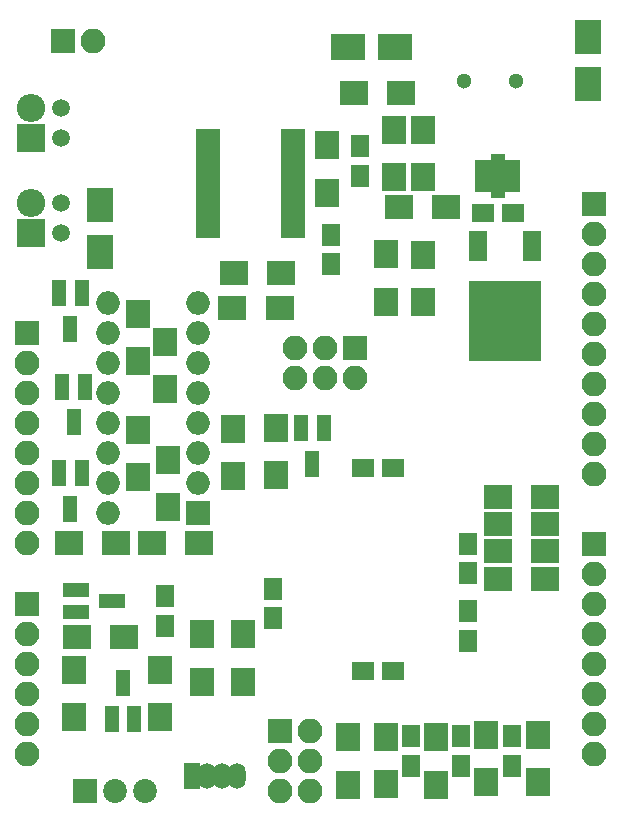
<source format=gbr>
G04 #@! TF.GenerationSoftware,KiCad,Pcbnew,(5.1.5)-3*
G04 #@! TF.CreationDate,2023-05-21T11:01:34-04:00*
G04 #@! TF.ProjectId,In_Board_Gnia,496e5f42-6f61-4726-945f-476e69612e6b,rev?*
G04 #@! TF.SameCoordinates,Original*
G04 #@! TF.FileFunction,Soldermask,Bot*
G04 #@! TF.FilePolarity,Negative*
%FSLAX46Y46*%
G04 Gerber Fmt 4.6, Leading zero omitted, Abs format (unit mm)*
G04 Created by KiCad (PCBNEW (5.1.5)-3) date 2023-05-21 11:01:34*
%MOMM*%
%LPD*%
G04 APERTURE LIST*
%ADD10R,2.100000X2.100000*%
%ADD11O,2.100000X2.100000*%
%ADD12R,1.650000X1.900000*%
%ADD13R,1.900000X1.650000*%
%ADD14R,2.200000X2.900000*%
%ADD15R,1.470000X2.200000*%
%ADD16O,1.470000X2.200000*%
%ADD17R,2.900000X2.200000*%
%ADD18C,1.300000*%
%ADD19O,2.398980X2.398980*%
%ADD20R,2.398980X2.398980*%
%ADD21C,1.500000*%
%ADD22R,1.200000X2.300000*%
%ADD23R,2.300000X1.200000*%
%ADD24R,2.100000X2.400000*%
%ADD25R,2.400000X2.100000*%
%ADD26R,2.020000X2.020000*%
%ADD27C,2.020000*%
%ADD28R,1.000000X0.650000*%
%ADD29R,2.050000X2.800000*%
%ADD30C,0.600000*%
%ADD31R,0.650000X0.900000*%
%ADD32R,1.600000X2.600000*%
%ADD33R,6.200000X6.800000*%
%ADD34R,2.000000X2.000000*%
%ADD35O,2.000000X2.000000*%
%ADD36R,2.150000X0.850000*%
G04 APERTURE END LIST*
D10*
X80500000Y-99710000D03*
D11*
X80500000Y-102250000D03*
X80500000Y-104790000D03*
X80500000Y-107330000D03*
X80500000Y-109870000D03*
X80500000Y-112410000D03*
X80500000Y-114950000D03*
X80500000Y-117490000D03*
D12*
X64998600Y-118531960D03*
X64998600Y-116031960D03*
X69270880Y-118531960D03*
X69270880Y-116031960D03*
X73553320Y-118511640D03*
X73553320Y-116011640D03*
X69850000Y-105430000D03*
X69850000Y-107930000D03*
D13*
X73640000Y-71755000D03*
X71140000Y-71755000D03*
D12*
X60706000Y-68560000D03*
X60706000Y-66060000D03*
X58293000Y-73553000D03*
X58293000Y-76053000D03*
D13*
X63480000Y-110490000D03*
X60980000Y-110490000D03*
D12*
X69850000Y-102215000D03*
X69850000Y-99715000D03*
X53340000Y-106025000D03*
X53340000Y-103525000D03*
D13*
X60980000Y-93345000D03*
X63480000Y-93345000D03*
D12*
X44196000Y-104160000D03*
X44196000Y-106660000D03*
D14*
X80010000Y-60788300D03*
X80010000Y-56788300D03*
X38735000Y-71025000D03*
X38735000Y-75025000D03*
D15*
X46456600Y-119354600D03*
D16*
X47726600Y-119354600D03*
X48996600Y-119354600D03*
X50266600Y-119354600D03*
D17*
X59722000Y-57658000D03*
X63722000Y-57658000D03*
D10*
X80500000Y-70940000D03*
D11*
X80500000Y-73480000D03*
X80500000Y-76020000D03*
X80500000Y-78560000D03*
X80500000Y-81100000D03*
X80500000Y-83640000D03*
X80500000Y-86180000D03*
X80500000Y-88720000D03*
X80500000Y-91260000D03*
X80500000Y-93800000D03*
D10*
X32540000Y-81910000D03*
D11*
X32540000Y-84450000D03*
X32540000Y-86990000D03*
X32540000Y-89530000D03*
X32540000Y-92070000D03*
X32540000Y-94610000D03*
X32540000Y-97150000D03*
X32540000Y-99690000D03*
D18*
X73955000Y-60525000D03*
X69555000Y-60525000D03*
D10*
X32540000Y-104800000D03*
D11*
X32540000Y-107340000D03*
X32540000Y-109880000D03*
X32540000Y-112420000D03*
X32540000Y-114960000D03*
X32540000Y-117500000D03*
D19*
X32842200Y-62865000D03*
D20*
X32842200Y-65405000D03*
D21*
X35382200Y-65405000D03*
X35382200Y-62865000D03*
D19*
X32842200Y-70827900D03*
D20*
X32842200Y-73367900D03*
D21*
X35382200Y-73367900D03*
X35382200Y-70827900D03*
D10*
X60325000Y-83185000D03*
D11*
X60325000Y-85725000D03*
X57785000Y-83185000D03*
X57785000Y-85725000D03*
X55245000Y-83185000D03*
X55245000Y-85725000D03*
D10*
X53975000Y-115570000D03*
D11*
X56515000Y-115570000D03*
X53975000Y-118110000D03*
X56515000Y-118110000D03*
X53975000Y-120650000D03*
X56515000Y-120650000D03*
D10*
X35560000Y-57150000D03*
D11*
X38100000Y-57150000D03*
D22*
X41590000Y-114530000D03*
X39690000Y-114530000D03*
X40640000Y-111530000D03*
D23*
X36714300Y-105496400D03*
X36714300Y-103596400D03*
X39714300Y-104546400D03*
D22*
X55742800Y-89940000D03*
X57642800Y-89940000D03*
X56692800Y-92940000D03*
X35245000Y-78510000D03*
X37145000Y-78510000D03*
X36195000Y-81510000D03*
X35524400Y-86422100D03*
X37424400Y-86422100D03*
X36474400Y-89422100D03*
X35245000Y-93750000D03*
X37145000Y-93750000D03*
X36195000Y-96750000D03*
D24*
X62905640Y-120094760D03*
X62905640Y-116094760D03*
X67122040Y-120120160D03*
X67122040Y-116120160D03*
D25*
X76376280Y-102682040D03*
X72376280Y-102682040D03*
X76371200Y-100342700D03*
X72371200Y-100342700D03*
X76371200Y-98056700D03*
X72371200Y-98056700D03*
X76383900Y-95758000D03*
X72383900Y-95758000D03*
D24*
X66040000Y-64675000D03*
X66040000Y-68675000D03*
X71379080Y-119911880D03*
X71379080Y-115911880D03*
X75747880Y-119896640D03*
X75747880Y-115896640D03*
D25*
X68040000Y-71247000D03*
X64040000Y-71247000D03*
D24*
X63627000Y-68675000D03*
X63627000Y-64675000D03*
X66014600Y-75241400D03*
X66014600Y-79241400D03*
X62941200Y-79216000D03*
X62941200Y-75216000D03*
X43815000Y-114395000D03*
X43815000Y-110395000D03*
D25*
X40747700Y-107619800D03*
X36747700Y-107619800D03*
D24*
X36512500Y-110395000D03*
X36512500Y-114395000D03*
X44246800Y-86645500D03*
X44246800Y-82645500D03*
X53594000Y-93922600D03*
X53594000Y-89922600D03*
X49923700Y-93960700D03*
X49923700Y-89960700D03*
X44450000Y-92615000D03*
X44450000Y-96615000D03*
X41910000Y-84257900D03*
X41910000Y-80257900D03*
X59690000Y-120110000D03*
X59690000Y-116110000D03*
X57962800Y-65995800D03*
X57962800Y-69995800D03*
X50850800Y-111397800D03*
X50850800Y-107397800D03*
X47320200Y-111397800D03*
X47320200Y-107397800D03*
D25*
X43085000Y-99695000D03*
X47085000Y-99695000D03*
X40100000Y-99695000D03*
X36100000Y-99695000D03*
D24*
X41910000Y-94075000D03*
X41910000Y-90075000D03*
D25*
X53917600Y-79730600D03*
X49917600Y-79730600D03*
X54070000Y-76835000D03*
X50070000Y-76835000D03*
X60230000Y-61595000D03*
X64230000Y-61595000D03*
D26*
X37465000Y-120650000D03*
D27*
X40005000Y-120650000D03*
X42545000Y-120650000D03*
D28*
X70990000Y-69580000D03*
X70990000Y-69080000D03*
X70990000Y-68580000D03*
X70990000Y-68080000D03*
X70990000Y-67580000D03*
X73790000Y-67580000D03*
X73790000Y-68080000D03*
X73790000Y-68580000D03*
X73790000Y-69080000D03*
X73790000Y-69580000D03*
D29*
X72390000Y-68580000D03*
D30*
X72390000Y-69530000D03*
X72390000Y-67630000D03*
X72965000Y-68580000D03*
X71815000Y-68580000D03*
D31*
X72640000Y-70030000D03*
X72140000Y-70030000D03*
X72640000Y-67130000D03*
X72140000Y-67130000D03*
D32*
X70745000Y-74540000D03*
X75305000Y-74540000D03*
D33*
X73025000Y-80840000D03*
D34*
X46990000Y-97155000D03*
D35*
X39370000Y-79375000D03*
X46990000Y-94615000D03*
X39370000Y-81915000D03*
X46990000Y-92075000D03*
X39370000Y-84455000D03*
X46990000Y-89535000D03*
X39370000Y-86995000D03*
X46990000Y-86995000D03*
X39370000Y-89535000D03*
X46990000Y-84455000D03*
X39370000Y-92075000D03*
X46990000Y-81915000D03*
X39370000Y-94615000D03*
X46990000Y-79375000D03*
X39370000Y-97155000D03*
D36*
X47835000Y-73440000D03*
X47835000Y-72790000D03*
X47835000Y-72140000D03*
X47835000Y-71490000D03*
X47835000Y-70840000D03*
X47835000Y-70190000D03*
X47835000Y-69540000D03*
X47835000Y-68890000D03*
X47835000Y-68240000D03*
X47835000Y-67590000D03*
X47835000Y-66940000D03*
X47835000Y-66290000D03*
X47835000Y-65640000D03*
X47835000Y-64990000D03*
X55035000Y-64990000D03*
X55035000Y-65640000D03*
X55035000Y-66290000D03*
X55035000Y-66940000D03*
X55035000Y-67590000D03*
X55035000Y-68240000D03*
X55035000Y-68890000D03*
X55035000Y-69540000D03*
X55035000Y-70190000D03*
X55035000Y-70840000D03*
X55035000Y-71490000D03*
X55035000Y-72140000D03*
X55035000Y-72790000D03*
X55035000Y-73440000D03*
M02*

</source>
